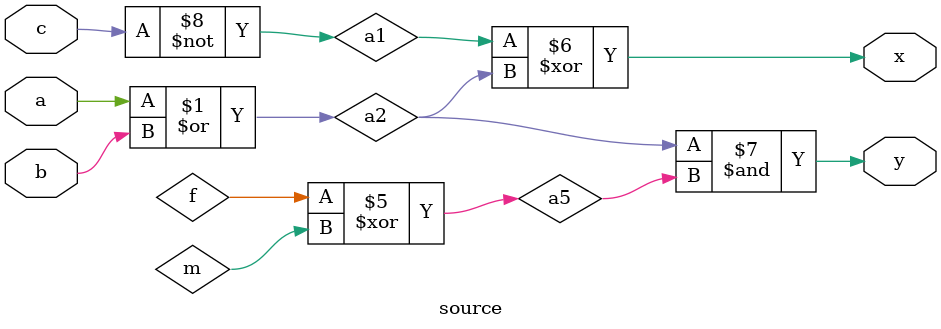
<source format=sv>
module source(
    output logic x,y,

    input logic a,b,c

    );
    wire k,l,f,m,h;
    not k1(a1,c);
    or k2(a2,a,b);
    nand k3(a3,a,b);
    or k4(a4,a,b);
    xor k5(a5,f,m);
    xor k6(x,a1,a2);
    and k7(y,a2,a5);


endmodule


</source>
